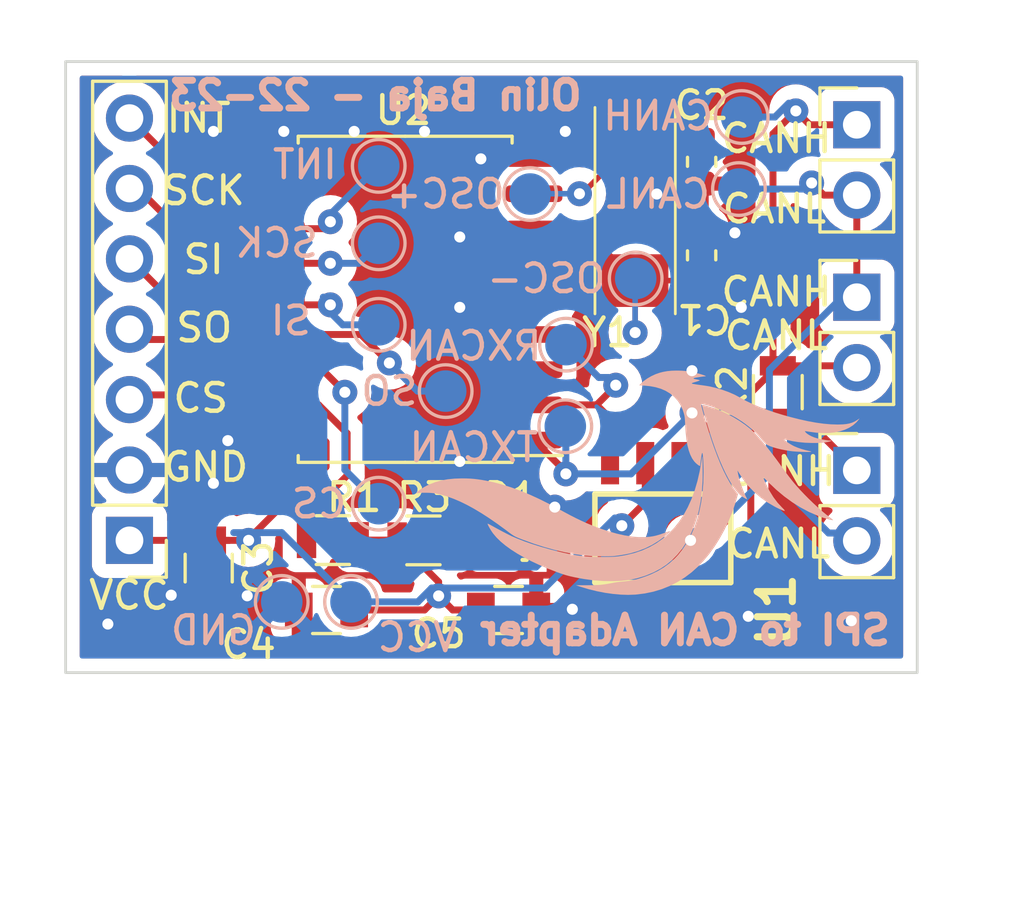
<source format=kicad_pcb>
(kicad_pcb (version 20211014) (generator pcbnew)
  (layers (0 "F.Cu" signal) (31 "B.Cu" signal) (34 "B.Paste" user) (35 "F.Paste" user) (36 "B.SilkS" user "B.Silkscreen") (37 "F.SilkS" user "F.Silkscreen") (38 "B.Mask" user) (39 "F.Mask" user) (44 "Edge.Cuts" user))
  (net 0 "")
  (net 1 "GND")
  (net 2 "VCC")
  (net 3 "Net-(D1-Pad2)")
  (net 4 "Net-(J1-Pad1)")
  (net 5 "/CS")
  (net 6 "/SI")
  (net 7 "/SO")
  (net 8 "/SCK")
  (net 9 "/INT")
  (net 10 "Net-(R1-Pad1)")
  (net 11 "/TXCAN")
  (net 12 "/RXCAN")
  (net 20 "/CANL")
  (net 21 "/CANH")
  (net 22 "/OSC-")
  (net 23 "/OSC+")
  (footprint "footprints:C_0805_OEM" (layer "F.Cu") (at 22.114 32.7914 180)
    (fp_text reference "C4" (at 2.81 -1.2446) (layer "F.SilkS") (effects (font (thickness 0.16))))
    (fp_text value "C_0.1uF" hide)
    (pad "1" smd rect locked (at -1 0 180) (size 1 1.25) (layers "F.Cu" "F.Paste" "F.Mask") (net 2 "VCC"))
    (pad "2" smd rect locked (at 1 0 180) (size 1 1.25) (layers "F.Cu" "F.Paste" "F.Mask") (net 1 "GND"))
  )
  (footprint "footprints:PinHeader_1x02_P2.54mm_Vertical" (layer "F.Cu") (at 41.254 27.7544)
    (fp_text reference "J1" hide)
    (fp_text value "CONN_01x02")
    (pad "1" thru_hole rect locked (at 0 0) (size 1.7 1.7) (drill 1) (layers *.Cu *.Mask) (net 4 "Net-(J1-Pad1)"))
    (pad "2" thru_hole oval locked (at 0 2.54) (size 1.7 1.7) (drill 1) (layers *.Cu *.Mask) (net 20 "/CANL"))
  )
  (footprint "footprints:R_0805_OEM" (layer "F.Cu") (at 22.344 30.2694)
    (fp_text reference "R1" (at 0.77 -1.542) (layer "F.SilkS") (effects (font (thickness 0.16))))
    (fp_text value "R_10K" hide)
    (pad "1" smd rect locked (at -0.95 0) (size 0.7 1.3) (layers "F.Cu" "F.Paste" "F.Mask") (net 10 "Net-(R1-Pad1)"))
    (pad "2" smd rect locked (at 0.95 0) (size 0.7 1.3) (layers "F.Cu" "F.Paste" "F.Mask") (net 2 "VCC"))
  )
  (footprint "Connector_PinHeader_2.54mm:PinHeader_1x07_P2.54mm_Vertical" (layer "F.Cu") (at 15.004 30.2794 180)
    (fp_text reference "J4" hide)
    (fp_text value "Conn_01x07")
    (pad "1" thru_hole rect (at 0 0 180) (size 1.7 1.7) (drill 1) (layers *.Cu *.Mask) (net 2 "VCC"))
    (pad "2" thru_hole oval (at 0 2.54 180) (size 1.7 1.7) (drill 1) (layers *.Cu *.Mask) (net 1 "GND"))
    (pad "3" thru_hole oval (at 0 5.08 180) (size 1.7 1.7) (drill 1) (layers *.Cu *.Mask) (net 5 "/CS"))
    (pad "4" thru_hole oval (at 0 7.62 180) (size 1.7 1.7) (drill 1) (layers *.Cu *.Mask) (net 7 "/SO"))
    (pad "5" thru_hole oval (at 0 10.16 180) (size 1.7 1.7) (drill 1) (layers *.Cu *.Mask) (net 6 "/SI"))
    (pad "6" thru_hole oval (at 0 12.7 180) (size 1.7 1.7) (drill 1) (layers *.Cu *.Mask) (net 8 "/SCK"))
    (pad "7" thru_hole oval (at 0 15.24 180) (size 1.7 1.7) (drill 1) (layers *.Cu *.Mask) (net 9 "/INT"))
  )
  (footprint "footprints:PinHeader_1x02_P2.54mm_Vertical" (layer "F.Cu") (at 41.254 15.2794)
    (fp_text reference "J2" hide)
    (fp_text value "CONN_01x02")
    (pad "1" thru_hole rect locked (at 0 0) (size 1.7 1.7) (drill 1) (layers *.Cu *.Mask) (net 21 "/CANH"))
    (pad "2" thru_hole oval locked (at 0 2.54) (size 1.7 1.7) (drill 1) (layers *.Cu *.Mask) (net 20 "/CANL"))
  )
  (footprint "Baja:LED_0805_Red" (layer "F.Cu") (at 29.264 30.3094 180)
    (fp_text reference "D1" (at 1.578 1.582 180) (layer "F.SilkS") (effects (font (thickness 0.16)) (justify left)))
    (fp_text value "LED_0805_Red" hide)
    (pad "1" smd rect (at -1.05 0 180) (size 1.2 1.2) (layers "F.Cu" "F.Paste" "F.Mask") (net 1 "GND"))
    (pad "2" smd rect (at 1.05 0 180) (size 1.2 1.2) (layers "F.Cu" "F.Paste" "F.Mask") (net 3 "Net-(D1-Pad2)"))
  )
  (footprint "footprints:C_0805_OEM" (layer "F.Cu") (at 17.864 31.2794 -90)
    (fp_text reference "C3" (at 0 -1.79 -90) (layer "F.SilkS") (effects (font (thickness 0.16))))
    (fp_text value "C_10uF_16V" hide)
    (pad "1" smd rect locked (at -1 0 270) (size 1 1.25) (layers "F.Cu" "F.Paste" "F.Mask") (net 2 "VCC"))
    (pad "2" smd rect locked (at 1 0 270) (size 1 1.25) (layers "F.Cu" "F.Paste" "F.Mask") (net 1 "GND"))
  )
  (footprint "footprints:R_0805_OEM" (layer "F.Cu") (at 25.614 30.2794)
    (fp_text reference "R3" (at 0.03 -1.552) (layer "F.SilkS") (effects (font (thickness 0.16))))
    (fp_text value "R_1K" hide)
    (pad "1" smd rect locked (at -0.95 0) (size 0.7 1.3) (layers "F.Cu" "F.Paste" "F.Mask") (net 2 "VCC"))
    (pad "2" smd rect locked (at 0.95 0) (size 0.7 1.3) (layers "F.Cu" "F.Paste" "F.Mask") (net 3 "Net-(D1-Pad2)"))
  )
  (footprint "Baja:SOIC127P600X175-8N" (layer "F.Cu") (at 34.254 30.2044 -90)
    (fp_text reference "U1" (at 2.587 -4.1 -90) (layer "F.SilkS") (effects (font (size 1.27 1.27) (thickness 0.254))))
    (fp_text value "TJA1051T-E" hide)
    (pad "1" smd rect locked (at -2.711 -1.905) (size 0.65 1.528) (layers "F.Cu" "F.Paste" "F.Mask") (net 11 "/TXCAN"))
    (pad "2" smd rect locked (at -2.711 -0.635) (size 0.65 1.528) (layers "F.Cu" "F.Paste" "F.Mask") (net 1 "GND"))
    (pad "3" smd rect locked (at -2.711 0.635) (size 0.65 1.528) (layers "F.Cu" "F.Paste" "F.Mask") (net 2 "VCC"))
    (pad "4" smd rect locked (at -2.711 1.905) (size 0.65 1.528) (layers "F.Cu" "F.Paste" "F.Mask") (net 12 "/RXCAN"))
    (pad "5" smd rect locked (at 2.711 1.905) (size 0.65 1.528) (layers "F.Cu" "F.Paste" "F.Mask"))
    (pad "6" smd rect locked (at 2.711 0.635) (size 0.65 1.528) (layers "F.Cu" "F.Paste" "F.Mask") (net 20 "/CANL"))
    (pad "7" smd rect locked (at 2.711 -0.635) (size 0.65 1.528) (layers "F.Cu" "F.Paste" "F.Mask") (net 21 "/CANH"))
    (pad "8" smd rect locked (at 2.711 -1.905) (size 0.65 1.528) (layers "F.Cu" "F.Paste" "F.Mask") (net 1 "GND"))
  )
  (footprint "footprints:C_0603_1608Metric" (layer "F.Cu") (at 35.654 16.6169 90)
    (fp_text reference "C2" (at 2.0375 0 180) (layer "F.SilkS") (effects (font (thickness 0.16))))
    (fp_text value "C_22pF" hide)
    (pad "1" smd roundrect locked (at -0.7875 0 90) (size 0.875 0.95) (layers "F.Cu" "F.Paste" "F.Mask") (net 1 "GND"))
    (pad "2" smd roundrect locked (at 0.7875 0 90) (size 0.875 0.95) (layers "F.Cu" "F.Paste" "F.Mask") (net 23 "/OSC+"))
  )
  (footprint "Package_SO:SOIC-18W_7.5x11.6mm_P1.27mm" (layer "F.Cu") (at 24.954 21.5794 180)
    (fp_text reference "U2" (at 0.062 6.822) (layer "F.SilkS") (effects (font (thickness 0.16))))
    (fp_text value "MCP2515-xSO" hide)
    (pad "1" smd roundrect (at -4.65 -5.08 180) (size 2.05 0.6) (layers "F.Cu" "F.Paste" "F.Mask") (net 11 "/TXCAN"))
    (pad "2" smd roundrect (at -4.65 -3.81 180) (size 2.05 0.6) (layers "F.Cu" "F.Paste" "F.Mask") (net 12 "/RXCAN"))
    (pad "3" smd roundrect (at -4.65 -2.54 180) (size 2.05 0.6) (layers "F.Cu" "F.Paste" "F.Mask"))
    (pad "4" smd roundrect (at -4.65 -1.27 180) (size 2.05 0.6) (layers "F.Cu" "F.Paste" "F.Mask"))
    (pad "5" smd roundrect (at -4.65 0 180) (size 2.05 0.6) (layers "F.Cu" "F.Paste" "F.Mask"))
    (pad "6" smd roundrect (at -4.65 1.27 180) (size 2.05 0.6) (layers "F.Cu" "F.Paste" "F.Mask"))
    (pad "7" smd roundrect (at -4.65 2.54 180) (size 2.05 0.6) (layers "F.Cu" "F.Paste" "F.Mask") (net 22 "/OSC-"))
    (pad "8" smd roundrect (at -4.65 3.81 180) (size 2.05 0.6) (layers "F.Cu" "F.Paste" "F.Mask") (net 23 "/OSC+"))
    (pad "9" smd roundrect (at -4.65 5.08 180) (size 2.05 0.6) (layers "F.Cu" "F.Paste" "F.Mask") (net 1 "GND"))
    (pad "10" smd roundrect (at 4.65 5.08 180) (size 2.05 0.6) (layers "F.Cu" "F.Paste" "F.Mask"))
    (pad "11" smd roundrect (at 4.65 3.81 180) (size 2.05 0.6) (layers "F.Cu" "F.Paste" "F.Mask"))
    (pad "12" smd roundrect (at 4.65 2.54 180) (size 2.05 0.6) (layers "F.Cu" "F.Paste" "F.Mask") (net 9 "/INT"))
    (pad "13" smd roundrect (at 4.65 1.27 180) (size 2.05 0.6) (layers "F.Cu" "F.Paste" "F.Mask") (net 8 "/SCK"))
    (pad "14" smd roundrect (at 4.65 0 180) (size 2.05 0.6) (layers "F.Cu" "F.Paste" "F.Mask") (net 6 "/SI"))
    (pad "15" smd roundrect (at 4.65 -1.27 180) (size 2.05 0.6) (layers "F.Cu" "F.Paste" "F.Mask") (net 7 "/SO"))
    (pad "16" smd roundrect (at 4.65 -2.54 180) (size 2.05 0.6) (layers "F.Cu" "F.Paste" "F.Mask") (net 5 "/CS"))
    (pad "17" smd roundrect (at 4.65 -3.81 180) (size 2.05 0.6) (layers "F.Cu" "F.Paste" "F.Mask") (net 10 "Net-(R1-Pad1)"))
    (pad "18" smd roundrect (at 4.65 -5.08 180) (size 2.05 0.6) (layers "F.Cu" "F.Paste" "F.Mask") (net 2 "VCC"))
  )
  (footprint "footprints:C_0603_1608Metric" (layer "F.Cu") (at 35.654 19.9919 -90)
    (fp_text reference "C1" (at 2.2875 -0.1 180 unlocked) (layer "F.SilkS") (effects (font (thickness 0.16))))
    (fp_text value "C_22pF")
    (pad "1" smd roundrect locked (at -0.7875 0 270) (size 0.875 0.95) (layers "F.Cu" "F.Paste" "F.Mask") (net 1 "GND"))
    (pad "2" smd roundrect locked (at 0.7875 0 270) (size 0.875 0.95) (layers "F.Cu" "F.Paste" "F.Mask") (net 22 "/OSC-"))
  )
  (footprint "footprints:PinHeader_1x02_P2.54mm_Vertical" (layer "F.Cu") (at 41.254 21.5044)
    (fp_text reference "J3" hide)
    (fp_text value "CONN_01x02")
    (pad "1" thru_hole rect locked (at 0 0) (size 1.7 1.7) (drill 1) (layers *.Cu *.Mask) (net 20 "/CANL"))
    (pad "2" thru_hole oval locked (at 0 2.54) (size 1.7 1.7) (drill 1) (layers *.Cu *.Mask) (net 21 "/CANH"))
  )
  (footprint "footprints:ABM3-8_5.0x3.2mm_P3.7mm" (layer "F.Cu") (at 33.254 15.8544 -90)
    (fp_text reference "Y1" (at 6.925 1) (layer "F.SilkS") (effects (font (thickness 0.16))))
    (fp_text value "Crystal_8MHz")
    (pad "1" smd rect locked (at 0 0 270) (size 1.9 2.4) (layers "F.Cu" "F.Paste" "F.Mask") (net 23 "/OSC+"))
    (pad "2" smd rect locked (at 5.05 0 270) (size 1.9 2.4) (layers "F.Cu" "F.Paste" "F.Mask") (net 22 "/OSC-"))
  )
  (footprint "footprints:R_0805_OEM" (layer "F.Cu") (at 38.404 24.9294 90)
    (fp_text reference "R2" (at 0 -1.65 90) (layer "F.SilkS") (effects (font (thickness 0.16))))
    (fp_text value "R_120" hide)
    (pad "1" smd rect locked (at -0.95 0 90) (size 0.7 1.3) (layers "F.Cu" "F.Paste" "F.Mask") (net 4 "Net-(J1-Pad1)"))
    (pad "2" smd rect locked (at 0.95 0 90) (size 0.7 1.3) (layers "F.Cu" "F.Paste" "F.Mask") (net 21 "/CANH"))
  )
  (footprint "footprints:C_0805_OEM" (layer "F.Cu") (at 28.686 32.7914)
    (fp_text reference "C5" (at -2.524 0.85) (layer "F.SilkS") (effects (font (thickness 0.16))))
    (fp_text value "C_0.1uF" hide)
    (pad "1" smd rect locked (at -1 0) (size 1 1.25) (layers "F.Cu" "F.Paste" "F.Mask") (net 2 "VCC"))
    (pad "2" smd rect locked (at 1 0) (size 1 1.25) (layers "F.Cu" "F.Paste" "F.Mask") (net 1 "GND"))
  )
  (footprint "TestPoint:TestPoint_Pad_D1.5mm" (layer "B.Cu") (at 37 17.6 180)
    (fp_text reference "CANL" (at 2.9132 -0.18) (layer "B.SilkS") (effects (font (thickness 0.16)) (justify mirror)))
    (fp_text value "Test_Point_SMD" hide)
    (pad "1" smd circle (at 0 0 180) (size 1.5 1.5) (layers "B.Cu" "B.Mask") (net 20 "/CANL"))
  )
  (footprint "TestPoint:TestPoint_Pad_D1.5mm" (layer "B.Cu") (at 24 19.558 180)
    (fp_text reference "SCK" (at 3.68 0.0102) (layer "B.SilkS") (effects (font (thickness 0.16)) (justify mirror)))
    (fp_text value "Test_Point_SMD" hide)
    (pad "1" smd circle (at 0 0 180) (size 1.5 1.5) (layers "B.Cu" "B.Mask") (net 8 "/SCK"))
  )
  (footprint "TestPoint:TestPoint_Pad_D1.5mm" (layer "B.Cu") (at 30.734 26.162 180)
    (fp_text reference "TXCAN" (at 3.302 -0.762) (layer "B.SilkS") (effects (font (thickness 0.16)) (justify mirror)))
    (fp_text value "Test_Point_SMD" hide)
    (pad "1" smd circle (at 0 0 180) (size 1.5 1.5) (layers "B.Cu" "B.Mask") (net 11 "/TXCAN"))
  )
  (footprint "Baja:16mm_phoenix" (layer "B.Cu") (at 33.3502 28.194 180)
    (fp_text reference "G***" hide)
    (fp_text value "LOGO" hide)
  )
  (footprint "TestPoint:TestPoint_Pad_D1.5mm" (layer "B.Cu") (at 23 32.5 180)
    (fp_text reference "VCC" (at -2.4 -1.282) (layer "B.SilkS") (effects (font (thickness 0.16)) (justify mirror)))
    (fp_text value "Test_Point_SMD" hide)
    (pad "1" smd circle (at 0 0 180) (size 1.5 1.5) (layers "B.Cu" "B.Mask") (net 2 "VCC"))
  )
  (footprint "TestPoint:TestPoint_Pad_D1.5mm" (layer "B.Cu") (at 29.464 17.78 180)
    (fp_text reference "OSC+" (at 3.048 0) (layer "B.SilkS") (effects (font (thickness 0.16)) (justify mirror)))
    (fp_text value "Test_Point_SMD" hide)
    (pad "1" smd circle (at 0 0 180) (size 1.5 1.5) (layers "B.Cu" "B.Mask") (net 23 "/OSC+"))
  )
  (footprint "TestPoint:TestPoint_Pad_D1.5mm" (layer "B.Cu") (at 24 28.956 180)
    (fp_text reference "CS" (at 2.156 0) (layer "B.SilkS") (effects (font (thickness 0.16)) (justify mirror)))
    (fp_text value "Test_Point_SMD" hide)
    (pad "1" smd circle (at 0 0 180) (size 1.5 1.5) (layers "B.Cu" "B.Mask") (net 5 "/CS"))
  )
  (footprint "TestPoint:TestPoint_Pad_D1.5mm" (layer "B.Cu") (at 26.416 24.892 180)
    (fp_text reference "SO" (at 2.032 0) (layer "B.SilkS") (effects (font (thickness 0.16)) (justify mirror)))
    (fp_text value "Test_Point_SMD" hide)
    (pad "1" smd circle (at 0 0 180) (size 1.5 1.5) (layers "B.Cu" "B.Mask") (net 7 "/SO"))
  )
  (footprint "TestPoint:TestPoint_Pad_D1.5mm" (layer "B.Cu") (at 24 22.5 180)
    (fp_text reference "SI" (at 3.172 0.148) (layer "B.SilkS") (effects (font (thickness 0.16)) (justify mirror)))
    (fp_text value "Test_Point_SMD" hide)
    (pad "1" smd circle (at 0 0 180) (size 1.5 1.5) (layers "B.Cu" "B.Mask") (net 6 "/SI"))
  )
  (footprint "TestPoint:TestPoint_Pad_D1.5mm" (layer "B.Cu") (at 33.274 20.828 180)
    (fp_text reference "OSC-" (at 3.2258 0) (layer "B.SilkS") (effects (font (thickness 0.16)) (justify mirror)))
    (fp_text value "Test_Point_SMD" hide)
    (pad "1" smd circle (at 0 0 180) (size 1.5 1.5) (layers "B.Cu" "B.Mask") (net 22 "/OSC-"))
  )
  (footprint "TestPoint:TestPoint_Pad_D1.5mm" (layer "B.Cu") (at 37.1 15 180)
    (fp_text reference "CANH" (at 3.0132 0.0394) (layer "B.SilkS") (effects (font (thickness 0.16)) (justify mirror)))
    (fp_text value "Test_Point_SMD" hide)
    (pad "1" smd circle (at 0 0 180) (size 1.5 1.5) (layers "B.Cu" "B.Mask") (net 21 "/CANH"))
  )
  (footprint "TestPoint:TestPoint_Pad_D1.5mm" (layer "B.Cu") (at 30.7594 23.2156 180)
    (fp_text reference "RXCAN" (at 3.3274 -0.0508) (layer "B.SilkS") (effects (font (thickness 0.16)) (justify mirror)))
    (fp_text value "Test_Point_SMD" hide)
    (pad "1" smd circle (at 0 0 180) (size 1.5 1.5) (layers "B.Cu" "B.Mask") (net 12 "/RXCAN"))
  )
  (footprint "TestPoint:TestPoint_Pad_D1.5mm" (layer "B.Cu") (at 24 16.764 180)
    (fp_text reference "INT" (at 2.664 0.0502) (layer "B.SilkS") (effects (font (thickness 0.16)) (justify mirror)))
    (fp_text value "Test_Point_SMD" hide)
    (pad "1" smd circle (at 0 0 180) (size 1.5 1.5) (layers "B.Cu" "B.Mask") (net 9 "/INT"))
  )
  (footprint "TestPoint:TestPoint_Pad_D1.5mm" (layer "B.Cu") (at 20.5 32.5 180)
    (fp_text reference "GND" (at 2.466 -1.028) (layer "B.SilkS") (effects (font (thickness 0.16)) (justify mirror)))
    (fp_text value "Test_Point_SMD" hide)
    (pad "1" smd circle (at 0 0 180) (size 1.5 1.5) (layers "B.Cu" "B.Mask") (net 1 "GND"))
  )
  (gr_rect (start 12.7 13) (end 43.434 35.052) (layer "Edge.Cuts") (width 0.1) (fill none))
  (gr_text "Olin Baja - 22-23" (at 23.876 14.224) (layer "B.SilkS") (effects (font (size 1 1) (thickness 0.25)) (justify mirror)))
  (gr_text "SPI to CAN Adapter\n" (at 35.052 33.528) (layer "B.SilkS") (effects (font (size 1 1) (thickness 0.25)) (justify mirror)))
  (gr_text "GND" (at 17.7546 27.6352) (layer "F.SilkS") (effects (font (size 1 1) (thickness 0.16))))
  (gr_text "CANH" (at 38.354 15.7734) (layer "F.SilkS") (effects (font (size 1 1) (thickness 0.16))))
  (gr_text "CANH" (at 38.5064 27.7876) (layer "F.SilkS") (effects (font (size 1 1) (thickness 0.16))))
  (gr_text "INT" (at 17.5006 15.0368) (layer "F.SilkS") (effects (font (size 1 1) (thickness 0.16))))
  (gr_text "SCK" (at 17.6784 17.653) (layer "F.SilkS") (effects (font (size 1 1) (thickness 0.16))))
  (gr_text "VCC" (at 14.986 32.258) (layer "F.SilkS") (effects (font (size 1 1) (thickness 0.16))))
  (gr_text "CS" (at 17.5768 25.146) (layer "F.SilkS") (effects (font (size 1 1) (thickness 0.16))))
  (gr_text "SI" (at 17.6784 20.1422) (layer "F.SilkS") (effects (font (size 1 1) (thickness 0.16))))
  (gr_text "CANL" (at 38.4302 30.4038) (layer "F.SilkS") (effects (font (size 1 1) (thickness 0.16))))
  (gr_text "CANL" (at 38.354 22.8854) (layer "F.SilkS") (effects (font (size 1 1) (thickness 0.16))))
  (gr_text "CANH" (at 38.354 21.3106) (layer "F.SilkS") (effects (font (size 1 1) (thickness 0.16))))
  (gr_text "SO" (at 17.7038 22.606) (layer "F.SilkS") (effects (font (size 1 1) (thickness 0.16))))
  (gr_text "CANL" (at 38.2778 18.3134) (layer "F.SilkS") (effects (font (size 1 1) (thickness 0.16))))
  (segment (start 36.159 32.6794) (end 36.159 32.3744) (width 0.25) (layer "F.Cu") (net 1))
  (via (at 26.924 19.3294) (size 0.9) (drill 0.4) (layers "F.Cu" "B.Cu") (net 1))
  (via (at 18.554 26.6794) (size 0.9) (drill 0.4) (layers "F.Cu" "B.Cu") (net 1))
  (via (at 30.988 32.766) (size 0.9) (drill 0.4) (layers "F.Cu" "B.Cu") (net 1))
  (via (at 20.574 15.5194) (size 0.9) (drill 0.4) (layers "F.Cu" "B.Cu") (net 1))
  (via (at 26.924 27.432) (size 0.9) (drill 0.4) (layers "F.Cu" "B.Cu") (net 1))
  (via (at 41.054 33.1794) (size 0.9) (drill 0.4) (layers "F.Cu" "B.Cu") (net 1))
  (via (at 36.854 19.1794) (size 0.9) (drill 0.4) (layers "F.Cu" "B.Cu") (net 1))
  (via (at 14.224 33.2994) (size 0.9) (drill 0.4) (layers "F.Cu" "B.Cu") (net 1))
  (via (at 25.654 15.5194) (size 0.9) (drill 0.4) (layers "F.Cu" "B.Cu") (net 1))
  (via (at 30.354 29.0794) (size 0.9) (drill 0.4) (layers "F.Cu" "B.Cu") (net 1))
  (via (at 37.084 21.8694) (size 0.9) (drill 0.4) (layers "F.Cu" "B.Cu") (net 1))
  (via (at 19.254 32.2794) (size 0.9) (drill 0.4) (layers "F.Cu" "B.Cu") (net 1))
  (via (at 26.924 21.8694) (size 0.9) (drill 0.4) (layers "F.Cu" "B.Cu") (net 1))
  (via (at 18.034 28.2194) (size 0.9) (drill 0.4) (layers "F.Cu" "B.Cu") (net 1))
  (via (at 34.036 17.78) (size 0.9) (drill 0.4) (layers "F.Cu" "B.Cu") (net 1))
  (via (at 18.034 15.5194) (size 0.9) (drill 0.4) (layers "F.Cu" "B.Cu") (net 1))
  (via (at 16.51 32.258) (size 0.9) (drill 0.4) (layers "F.Cu" "B.Cu") (net 1))
  (via (at 27.686 16.51) (size 0.9) (drill 0.4) (layers "F.Cu" "B.Cu") (net 1))
  (via (at 35.306 24.1554) (size 0.9) (drill 0.4) (layers "F.Cu" "B.Cu") (net 1))
  (via (at 37.338 33.02) (size 0.9) (drill 0.4) (layers "F.Cu" "B.Cu") (net 1))
  (via (at 30.734 15.5194) (size 0.9) (drill 0.4) (layers "F.Cu" "B.Cu") (net 1))
  (via (at 23.114 15.5194) (size 0.9) (drill 0.4) (layers "F.Cu" "B.Cu") (net 1))
  (segment (start 26.162 32.2834) (end 26.162 31.7774) (width 0.25) (layer "F.Cu") (net 2))
  (segment (start 26.67 32.7914) (end 27.686 32.7914) (width 0.25) (layer "F.Cu") (net 2))
  (segment (start 23.114 32.7914) (end 25.654 32.7914) (width 0.25) (layer "F.Cu") (net 2))
  (segment (start 24.654 30.2694) (end 24.664 30.2794) (width 0.25) (layer "F.Cu") (net 2))
  (segment (start 18.602 30.2794) (end 17.864 30.2794) (width 0.25) (layer "F.Cu") (net 2))
  (segment (start 26.162 32.2834) (end 26.67 32.7914) (width 0.25) (layer "F.Cu") (net 2))
  (segment (start 20.304 29.2294) (end 20.304 26.6594) (width 0.25) (layer "F.Cu") (net 2))
  (segment (start 15.004 30.2794) (end 17.864 30.2794) (width 0.25) (layer "F.Cu") (net 2))
  (segment (start 17.864 30.2794) (end 19.304 30.2794) (width 0.25) (layer "F.Cu") (net 2))
  (segment (start 23.294 30.2694) (end 24.654 30.2694) (width 0.25) (layer "F.Cu") (net 2))
  (segment (start 23.294 30.2694) (end 23.294 30.6114) (width 0.25) (layer "F.Cu") (net 2))
  (segment (start 33.619 28.9044) (end 33.619 27.7294) (width 0.25) (layer "F.Cu") (net 2))
  (segment (start 19.304 30.2794) (end 19.304 30.2294) (width 0.25) (layer "F.Cu") (net 2))
  (segment (start 32.773 29.7504) (end 33.619 28.9044) (width 0.25) (layer "F.Cu") (net 2))
  (segment (start 26.162 31.7774) (end 24.664 30.2794) (width 0.25) (layer "F.Cu") (net 2))
  (segment (start 25.654 32.7914) (end 26.162 32.2834) (width 0.25) (layer "F.Cu") (net 2))
  (segment (start 19.304 30.2294) (end 20.304 29.2294) (width 0.25) (layer "F.Cu") (net 2))
  (via (at 26.162 32.2834) (size 0.9) (drill 0.4) (layers "F.Cu" "B.Cu") (net 2))
  (via (at 19.304 30.2794) (size 0.9) (drill 0.4) (layers "F.Cu" "B.Cu") (net 2))
  (via (at 32.773 29.7504) (size 0.9) (drill 0.4) (layers "F.Cu" "B.Cu") (net 2))
  (segment (start 29.99 32) (end 32.519 29.471) (width 0.25) (layer "B.Cu") (net 2))
  (segment (start 25.908 32.004) (end 25.412 32.5) (width 0.25) (layer "B.Cu") (net 2))
  (segment (start 25.912 32) (end 29.99 32) (width 0.25) (layer "B.Cu") (net 2))
  (segment (start 25.908 32.004) (end 25.912 32) (width 0.25) (layer "B.Cu") (net 2))
  (segment (start 18.768 30) (end 20.5 30) (width 0.25) (layer "B.Cu") (net 2))
  (segment (start 25.412 32.5) (end 23 32.5) (width 0.25) (layer "B.Cu") (net 2))
  (segment (start 20.5 30) (end 23 32.5) (width 0.25) (layer "B.Cu") (net 2))
  (segment (start 26.564 30.2794) (end 28.134 30.2794) (width 0.25) (layer "F.Cu") (net 3))
  (segment (start 28.134 30.2794) (end 28.164 30.3094) (width 0.25) (layer "F.Cu") (net 3))
  (segment (start 38.404 25.8794) (end 39.379 25.8794) (width 0.25) (layer "F.Cu") (net 4))
  (segment (start 39.379 25.8794) (end 41.254 27.7544) (width 0.25) (layer "F.Cu") (net 4))
  (segment (start 20.304 24.1194) (end 18.539 24.1194) (width 0.25) (layer "F.Cu") (net 5))
  (segment (start 22.777272 24.933273) (end 21.963399 24.1194) (width 0.25) (layer "F.Cu") (net 5))
  (segment (start 18.539 24.1194) (end 17.629 25.0294) (width 0.25) (layer "F.Cu") (net 5))
  (segment (start 17.629 25.0294) (end 15.174 25.0294) (width 0.25) (layer "F.Cu") (net 5))
  (segment (start 21.963399 24.1194) (end 20.304 24.1194) (width 0.25) (layer "F.Cu") (net 5))
  (segment (start 15.174 25.0294) (end 15.004 25.1994) (width 0.25) (layer "F.Cu") (net 5))
  (via (at 22.777272 24.933273) (size 0.9) (drill 0.4) (layers "F.Cu" "B.Cu") (net 5))
  (segment (start 22.777272 27.733272) (end 24 28.956) (width 0.25) (layer "B.Cu") (net 5))
  (segment (start 22.777272 24.933273) (end 22.777272 27.733272) (width 0.25) (layer "B.Cu") (net 5))
  (segment (start 20.304 21.5794) (end 16.464 21.5794) (width 0.25) (layer "F.Cu") (net 6))
  (segment (start 16.464 21.5794) (end 15.004 20.1194) (width 0.25) (layer "F.Cu") (net 6))
  (segment (start 22.254 21.7794) (end 20.504 21.7794) (width 0.25) (layer "F.Cu") (net 6))
  (segment (start 20.504 21.7794) (end 20.304 21.5794) (width 0.25) (layer "F.Cu") (net 6))
  (via (at 22.254 21.7794) (size 0.9) (drill 0.4) (layers "F.Cu" "B.Cu") (net 6))
  (segment (start 22 21.8) (end 22 21.5) (width 0.25) (layer "B.Cu") (net 6))
  (segment (start 22.7 22.5) (end 22 21.8) (width 0.25) (layer "B.Cu") (net 6))
  (segment (start 24 22.5) (end 22.7 22.5) (width 0.25) (layer "B.Cu") (net 6))
  (segment (start 20.124 23.0294) (end 15.374 23.0294) (width 0.25) (layer "F.Cu") (net 7))
  (segment (start 23.3574 22.8494) (end 20.304 22.8494) (width 0.25) (layer "F.Cu") (net 7))
  (segment (start 24.384 23.876) (end 23.3574 22.8494) (width 0.25) (layer "F.Cu") (net 7))
  (segment (start 20.304 22.8494) (end 20.124 23.0294) (width 0.25) (layer "F.Cu") (net 7))
  (segment (start 15.374 23.0294) (end 15.004 22.6594) (width 0.25) (layer "F.Cu") (net 7))
  (via (at 24.384 23.876) (size 0.9) (drill 0.4) (layers "F.Cu" "B.Cu") (net 7))
  (segment (start 26.416 24.892) (end 25.4 24.892) (width 0.25) (layer "B.Cu") (net 7))
  (segment (start 25.4 24.892) (end 24.384 23.876) (width 0.25) (layer "B.Cu") (net 7))
  (segment (start 20.334 20.2794) (end 20.304 20.3094) (width 0.25) (layer "F.Cu") (net 8))
  (segment (start 22.254 20.2794) (end 20.334 20.2794) (width 0.25) (layer "F.Cu") (net 8))
  (segment (start 15.304 17.5794) (end 18.034 20.3094) (width 0.25) (layer "F.Cu") (net 8))
  (segment (start 15.004 17.5794) (end 15.304 17.5794) (width 0.25) (layer "F.Cu") (net 8))
  (segment (start 18.034 20.3094) (end 20.304 20.3094) (width 0.25) (layer "F.Cu") (net 8))
  (via (at 22.254 20.2794) (size 0.9) (drill 0.4) (layers "F.Cu" "B.Cu") (net 8))
  (segment (start 22.254 20.2794) (end 23.2786 20.2794) (width 0.25) (layer "B.Cu") (net 8))
  (segment (start 23.2786 20.2794) (end 24 19.558) (width 0.25) (layer "B.Cu") (net 8))
  (segment (start 20.314 19.0294) (end 20.304 19.0394) (width 0.25) (layer "F.Cu") (net 9))
  (segment (start 19.659 18.3944) (end 18.359 18.3944) (width 0.25) (layer "F.Cu") (net 9))
  (segment (start 20.304 19.0394) (end 19.659 18.3944) (width 0.25) (layer "F.Cu") (net 9))
  (segment (start 18.359 18.3944) (end 15.004 15.0394) (width 0.25) (layer "F.Cu") (net 9))
  (segment (start 22.004 19.0294) (end 20.314 19.0294) (width 0.25) (layer "F.Cu") (net 9))
  (segment (start 22.254 18.7794) (end 22.004 19.0294) (width 0.25) (layer "F.Cu") (net 9))
  (via (at 22.254 18.7794) (size 0.9) (drill 0.4) (layers "F.Cu" "B.Cu") (net 9))
  (segment (start 24 16.764) (end 22.254 18.51) (width 0.25) (layer "B.Cu") (net 9))
  (segment (start 22.254 18.51) (end 22.254 18.7794) (width 0.25) (layer "B.Cu") (net 9))
  (segment (start 21.8334 25.3894) (end 20.304 25.3894) (width 0.25) (layer "F.Cu") (net 10))
  (segment (start 21.394 29.406) (end 22.86 27.94) (width 0.25) (layer "F.Cu") (net 10))
  (segment (start 22.86 26.416) (end 21.8334 25.3894) (width 0.25) (layer "F.Cu") (net 10))
  (segment (start 21.394 30.2694) (end 21.394 29.406) (width 0.25) (layer "F.Cu") (net 10))
  (segment (start 22.86 27.94) (end 22.86 26.416) (width 0.25) (layer "F.Cu") (net 10))
  (segment (start 36.004 27.5744) (end 36.159 27.7294) (width 0.25) (layer "F.Cu") (net 11))
  (segment (start 36.159 26.5324) (end 35.306 25.6794) (width 0.25) (layer "F.Cu") (net 11))
  (segment (start 36.004 26.9799) (end 36.004 27.5744) (width 0.25) (layer "F.Cu") (net 11))
  (segment (start 30.754 27.8794) (end 30.754 27.8094) (width 0.25) (layer "F.Cu") (net 11))
  (segment (start 30.754 27.8094) (end 29.604 26.6594) (width 0.25) (layer "F.Cu") (net 11))
  (segment (start 36.159 27.4934) (end 36.159 26.5324) (width 0.25) (layer "F.Cu") (net 11))
  (via (at 30.754 27.8794) (size 0.9) (drill 0.4) (layers "F.Cu" "B.Cu") (net 11))
  (via (at 35.306 25.6794) (size 0.9) (drill 0.4) (layers "F.Cu" "B.Cu") (net 11))
  (segment (start 35.306 25.6794) (end 33.106 27.8794) (width 0.25) (layer "B.Cu") (net 11))
  (segment (start 33.106 27.8794) (end 30.754 27.8794) (width 0.25) (layer "B.Cu") (net 11))
  (segment (start 30.5 25.8118) (end 30.7848 25.527) (width 0.25) (layer "B.Cu") (net 11))
  (segment (start 30.754 26.182) (end 30.734 26.162) (width 0.25) (layer "B.Cu") (net 11))
  (segment (start 30.754 27.8794) (end 30.754 26.182) (width 0.25) (layer "B.Cu") (net 11))
  (segment (start 29.714 25.2794) (end 29.604 25.3894) (width 0.25) (layer "F.Cu") (net 12))
  (segment (start 32.554 24.6994) (end 31.864 25.3894) (width 0.25) (layer "F.Cu") (net 12))
  (segment (start 32.349 25.8744) (end 32.349 27.7294) (width 0.25) (layer "F.Cu") (net 12))
  (segment (start 31.864 25.3894) (end 32.349 25.8744) (width 0.25) (layer "F.Cu") (net 12))
  (segment (start 32.554 24.6794) (end 32.554 24.6994) (width 0.25) (layer "F.Cu") (net 12))
  (segment (start 29.604 25.3894) (end 31.864 25.3894) (width 0.25) (layer "F.Cu") (net 12))
  (via (at 32.554 24.6794) (size 0.9) (drill 0.4) (layers "F.Cu" "B.Cu") (net 12))
  (segment (start 31.9438 24.4) (end 30.7594 23.2156) (width 0.25) (layer "B.Cu") (net 12))
  (segment (start 32.3 24.4) (end 31.9438 24.4) (width 0.25) (layer "B.Cu") (net 12))
  (segment (start 35.254 30.2794) (end 33.619 31.9144) (width 0.25) (layer "F.Cu") (net 20))
  (segment (start 41.254 17.8194) (end 41.254 21.5044) (width 0.25) (layer "F.Cu") (net 20))
  (segment (start 40.064 17.8194) (end 41.254 17.8194) (width 0.25) (layer "F.Cu") (net 20))
  (segment (start 33.619 31.9144) (end 33.619 32.6794) (width 0.25) (layer "F.Cu") (net 20))
  (segment (start 39.624 17.3794) (end 40.064 17.8194) (width 0.25) (layer "F.Cu") (net 20))
  (via (at 35.254 30.2794) (size 0.9) (drill 0.4) (layers "F.Cu" "B.Cu") (net 20))
  (via (at 39.624 17.3794) (size 0.9) (drill 0.4) (layers "F.Cu" "B.Cu") (net 20))
  (segment (start 38.1 27.87875) (end 40.23625 30.015) (width 0.25) (layer "B.Cu") (net 20))
  (segment (start 39.4034 17.6) (end 39.624 17.3794) (width 0.25) (layer "B.Cu") (net 20))
  (segment (start 35.97875 30) (end 35 30) (width 0.25) (layer "B.Cu") (net 20))
  (segment (start 38.1 27.87875) (end 35.97875 30) (width 0.25) (layer "B.Cu") (net 20))
  (segment (start 35 30) (end 35.015 30.015) (width 0.25) (layer "B.Cu") (net 20))
  (segment (start 37 17.6) (end 39.4034 17.6) (width 0.25) (layer "B.Cu") (net 20))
  (segment (start 38.1 24.125) (end 38.1 27.87875) (width 0.25) (layer "B.Cu") (net 20))
  (segment (start 41 21.225) (end 38.1 24.125) (width 0.25) (layer "B.Cu") (net 20))
  (segment (start 40.23625 30.015) (end 41 30.015) (width 0.25) (layer "B.Cu") (net 20))
  (segment (start 39.554 15.2794) (end 41.254 15.2794) (width 0.25) (layer "F.Cu") (net 21))
  (segment (start 34.889 32.6794) (end 34.889 32.302649) (width 0.25) (layer "F.Cu") (net 21))
  (segment (start 37.429 29.762649) (end 37.429 24.9544) (width 0.25) (layer "F.Cu") (net 21))
  (segment (start 38.404 23.9794) (end 41.189 23.9794) (width 0.25) (layer "F.Cu") (net 21))
  (segment (start 37.429 24.9544) (end 38.404 23.9794) (width 0.25) (layer "F.Cu") (net 21))
  (segment (start 38.229 23.8044) (end 38.404 23.9794) (width 0.25) (layer "F.Cu") (net 21))
  (segment (start 34.889 32.302649) (end 37.429 29.762649) (width 0.25) (layer "F.Cu") (net 21))
  (segment (start 38.229 15.6044) (end 38.229 23.8044) (width 0.25) (layer "F.Cu") (net 21))
  (segment (start 39.054 14.7794) (end 39.554 15.2794) (width 0.25) (layer "F.Cu") (net 21))
  (segment (start 39.054 14.7794) (end 38.229 15.6044) (width 0.25) (layer "F.Cu") (net 21))
  (segment (start 41.189 23.9794) (end 41.254 24.0444) (width 0.25) (layer "F.Cu") (net 21))
  (segment (start 34.889 32.6794) (end 34.889 33.056151) (width 0.25) (layer "F.Cu") (net 21))
  (via (at 39.054 14.7794) (size 0.9) (drill 0.4) (layers "F.Cu" "B.Cu") (net 21))
  (segment (start 38.3 15) (end 37.1 15) (width 0.25) (layer "B.Cu") (net 21))
  (segment (start 38.8 14.5) (end 38.3 15) (width 0.25) (layer "B.Cu") (net 21))
  (segment (start 31.389 19.0394) (end 33.254 20.9044) (width 0.2) (layer "F.Cu") (net 22))
  (segment (start 29.604 19.0394) (end 31.389 19.0394) (width 0.2) (layer "F.Cu") (net 22))
  (segment (start 35.579 20.8544) (end 35.654 20.7794) (width 0.25) (layer "F.Cu") (net 22))
  (segment (start 35.529 20.9044) (end 35.654 20.7794) (width 0.2) (layer "F.Cu") (net 22))
  (segment (start 33.254 20.9044) (end 35.529 20.9044) (width 0.2) (layer "F.Cu") (net 22))
  (segment (start 33.254 22.7794) (end 33.254 20.9044) (width 0.2) (layer "F.Cu") (net 22))
  (via (at 33.254 22.7794) (size 0.9) (drill 0.4) (layers "F.Cu" "B.Cu") (net 22))
  (segment (start 33.254 20.848) (end 33.274 20.828) (width 0.2) (layer "B.Cu") (net 22))
  (segment (start 33.254 22.7794) (end 33.254 20.848) (width 0.2) (layer "B.Cu") (net 22))
  (segment (start 35.629 15.8544) (end 35.654 15.8294) (width 0.2) (layer "F.Cu") (net 23))
  (segment (start 33.254 15.8544) (end 31.339 17.7694) (width 0.2) (layer "F.Cu") (net 23))
  (segment (start 31.339 17.7694) (end 31.244 17.7694) (width 0.2) (layer "F.Cu") (net 23))
  (segment (start 31.244 17.7694) (end 29.604 17.7694) (width 0.2) (layer "F.Cu") (net 23))
  (segment (start 33.254 15.8544) (end 35.629 15.8544) (width 0.2) (layer "F.Cu") (net 23))
  (segment (start 35.629 15.8044) (end 35.654 15.8294) (width 0.25) (layer "F.Cu") (net 23))
  (via (at 31.244 17.7694) (size 0.9) (drill 0.4) (layers "F.Cu" "B.Cu") (net 23))
  (segment (start 31.244 17.7694) (end 29.4746 17.7694) (width 0.2) (layer "B.Cu") (net 23))
  (segment (start 29.4746 17.7694) (end 29.464 17.78) (width 0.2) (layer "B.Cu") (net 23))
  (zone (net 1) (net_name "GND") (layer "F.Cu") (connect_pads (clearance 0.508)) (min_thickness 0.2) (fill yes (thermal_gap 0.508) (thermal_bridge_width 0.508) (island_removal_mode 2) (island_area_min 1))
    (polygon (pts (xy 43.434 35.052) (xy 12.7 35.052) (xy 12.7 13) (xy 43.434 13)))
  )
  (zone (net 1) (net_name "GND") (layer "B.Cu") (connect_pads (clearance 0.508)) (min_thickness 0.15) (fill yes (thermal_gap 0.508) (thermal_bridge_width 0.508) (island_removal_mode 2) (island_area_min 1))
    (polygon (pts (xy 43.434 35.052) (xy 12.7 35.052) (xy 12.7 13) (xy 43.434 12.954)))
  )
)
</source>
